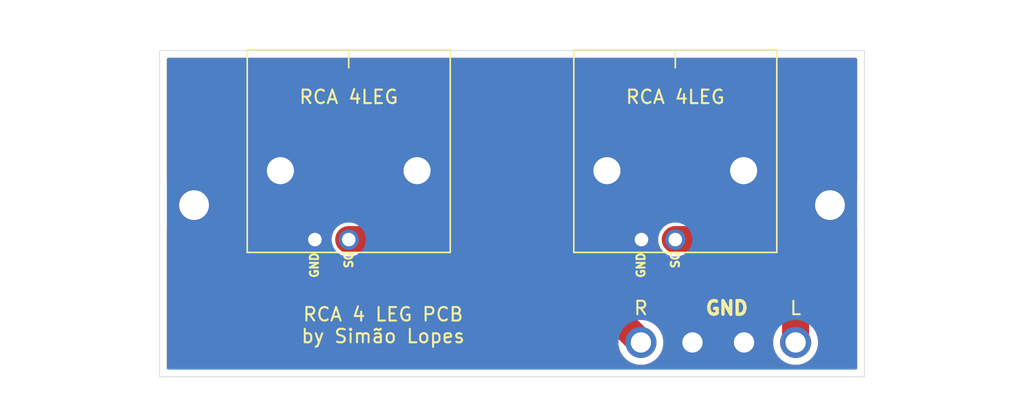
<source format=kicad_pcb>
(kicad_pcb (version 20171130) (host pcbnew "(5.1.10)-1")

  (general
    (thickness 1.6)
    (drawings 13)
    (tracks 6)
    (zones 0)
    (modules 8)
    (nets 2)
  )

  (page A4)
  (layers
    (0 F.Cu signal)
    (31 B.Cu signal)
    (32 B.Adhes user)
    (33 F.Adhes user)
    (34 B.Paste user)
    (35 F.Paste user)
    (36 B.SilkS user)
    (37 F.SilkS user)
    (38 B.Mask user)
    (39 F.Mask user)
    (40 Dwgs.User user)
    (41 Cmts.User user)
    (42 Eco1.User user)
    (43 Eco2.User user)
    (44 Edge.Cuts user)
    (45 Margin user)
    (46 B.CrtYd user)
    (47 F.CrtYd user)
    (48 B.Fab user)
    (49 F.Fab user)
  )

  (setup
    (last_trace_width 0.25)
    (user_trace_width 2)
    (trace_clearance 0.2)
    (zone_clearance 0.508)
    (zone_45_only no)
    (trace_min 0.2)
    (via_size 0.8)
    (via_drill 0.4)
    (via_min_size 0.4)
    (via_min_drill 0.3)
    (uvia_size 0.3)
    (uvia_drill 0.1)
    (uvias_allowed no)
    (uvia_min_size 0.2)
    (uvia_min_drill 0.1)
    (edge_width 0.05)
    (segment_width 0.2)
    (pcb_text_width 0.3)
    (pcb_text_size 1.5 1.5)
    (mod_edge_width 0.12)
    (mod_text_size 1 1)
    (mod_text_width 0.15)
    (pad_size 3.8 3.8)
    (pad_drill 2.2)
    (pad_to_mask_clearance 0)
    (aux_axis_origin 0 0)
    (visible_elements 7FFFFFFF)
    (pcbplotparams
      (layerselection 0x010fc_ffffffff)
      (usegerberextensions false)
      (usegerberattributes true)
      (usegerberadvancedattributes true)
      (creategerberjobfile true)
      (excludeedgelayer true)
      (linewidth 0.100000)
      (plotframeref false)
      (viasonmask false)
      (mode 1)
      (useauxorigin false)
      (hpglpennumber 1)
      (hpglpenspeed 20)
      (hpglpendiameter 15.000000)
      (psnegative false)
      (psa4output false)
      (plotreference true)
      (plotvalue true)
      (plotinvisibletext false)
      (padsonsilk false)
      (subtractmaskfromsilk false)
      (outputformat 1)
      (mirror false)
      (drillshape 0)
      (scaleselection 1)
      (outputdirectory "../RCA BOARD GERBER/"))
  )

  (net 0 "")
  (net 1 GND)

  (net_class Default "This is the default net class."
    (clearance 0.2)
    (trace_width 0.25)
    (via_dia 0.8)
    (via_drill 0.4)
    (uvia_dia 0.3)
    (uvia_drill 0.1)
    (add_net GND)
  )

  (module "Custom:RCA PANEL 2PIN FOOTPRINT" (layer F.Cu) (tedit 61759B53) (tstamp 617204AF)
    (at 149.86 132.08 270)
    (fp_text reference "RCA 4LEG" (at -8.001 0) (layer F.SilkS)
      (effects (font (size 1 1) (thickness 0.15)))
    )
    (fp_text value " " (at 7.493 0.127) (layer F.Fab)
      (effects (font (size 1 1) (thickness 0.15)))
    )
    (fp_line (start 3.5 7.5) (end 3.5 -7.5) (layer F.SilkS) (width 0.12))
    (fp_line (start -11.5 7.5) (end -11.5 -7.5) (layer F.SilkS) (width 0.12))
    (fp_line (start -11.5 -7.5) (end 3.5 -7.5) (layer F.SilkS) (width 0.12))
    (fp_line (start 3.5 7.5) (end -11.5 7.5) (layer F.SilkS) (width 0.12))
    (fp_text user GND (at 4.445 2.54 90) (layer F.SilkS)
      (effects (font (size 0.6 0.6) (thickness 0.15)))
    )
    (fp_text user SG (at 4.064 0 90) (layer F.SilkS)
      (effects (font (size 0.6 0.6) (thickness 0.15)))
    )
    (pad 4 thru_hole circle (at 2.55 2.5 270) (size 1.5 1.5) (drill 1) (layers *.Cu *.Mask)
      (net 1 GND))
    (pad 3 thru_hole circle (at 2.55 0 270) (size 1.5 1.5) (drill 1) (layers *.Cu *.Mask))
    (pad 2 thru_hole circle (at -2.55 -5.05 270) (size 3 3) (drill 2) (layers *.Cu *.Mask)
      (net 1 GND))
    (pad 1 thru_hole circle (at -2.55 5.05 270) (size 3 3) (drill 2) (layers *.Cu *.Mask)
      (net 1 GND))
  )

  (module "Custom:RCA PANEL 2PIN FOOTPRINT" (layer F.Cu) (tedit 61759B53) (tstamp 617204A3)
    (at 125.73 132.08 270)
    (fp_text reference "RCA 4LEG" (at -8.001 0) (layer F.SilkS)
      (effects (font (size 1 1) (thickness 0.15)))
    )
    (fp_text value " " (at 7.493 0.127) (layer F.Fab)
      (effects (font (size 1 1) (thickness 0.15)))
    )
    (fp_line (start 3.5 7.5) (end 3.5 -7.5) (layer F.SilkS) (width 0.12))
    (fp_line (start -11.5 7.5) (end -11.5 -7.5) (layer F.SilkS) (width 0.12))
    (fp_line (start -11.5 -7.5) (end 3.5 -7.5) (layer F.SilkS) (width 0.12))
    (fp_line (start 3.5 7.5) (end -11.5 7.5) (layer F.SilkS) (width 0.12))
    (fp_text user GND (at 4.445 2.54 90) (layer F.SilkS)
      (effects (font (size 0.6 0.6) (thickness 0.15)))
    )
    (fp_text user SG (at 4.064 0 90) (layer F.SilkS)
      (effects (font (size 0.6 0.6) (thickness 0.15)))
    )
    (pad 4 thru_hole circle (at 2.55 2.5 270) (size 1.5 1.5) (drill 1) (layers *.Cu *.Mask)
      (net 1 GND))
    (pad 3 thru_hole circle (at 2.55 0 270) (size 1.5 1.5) (drill 1) (layers *.Cu *.Mask))
    (pad 2 thru_hole circle (at -2.55 -5.05 270) (size 3 3) (drill 2) (layers *.Cu *.Mask)
      (net 1 GND))
    (pad 1 thru_hole circle (at -2.55 5.05 270) (size 3 3) (drill 2) (layers *.Cu *.Mask)
      (net 1 GND))
  )

  (module MountingHole:MountingHole_2.2mm_M2_DIN965_Pad (layer F.Cu) (tedit 617598DF) (tstamp 6175874F)
    (at 161.29 132.08)
    (descr "Mounting Hole 2.2mm, M2, DIN965")
    (tags "mounting hole 2.2mm m2 din965")
    (attr virtual)
    (fp_text reference " " (at 0 -2.9) (layer F.SilkS)
      (effects (font (size 1 1) (thickness 0.15)))
    )
    (fp_text value MountingHole_2.2mm_M2_DIN965_Pad (at 0 2.9) (layer F.Fab)
      (effects (font (size 1 1) (thickness 0.15)))
    )
    (fp_circle (center 0 0) (end 2.15 0) (layer F.CrtYd) (width 0.05))
    (fp_circle (center 0 0) (end 1.9 0) (layer Cmts.User) (width 0.15))
    (fp_text user %R (at 0.3 0) (layer F.Fab)
      (effects (font (size 1 1) (thickness 0.15)))
    )
    (pad 1 thru_hole circle (at 0 0) (size 3.8 3.8) (drill 2.2) (layers *.Cu *.Mask)
      (net 1 GND))
  )

  (module MountingHole:MountingHole_2.2mm_M2_DIN965_Pad (layer F.Cu) (tedit 61759888) (tstamp 61758716)
    (at 114.3 132.08)
    (descr "Mounting Hole 2.2mm, M2, DIN965")
    (tags "mounting hole 2.2mm m2 din965")
    (attr virtual)
    (fp_text reference " " (at 0 -2.9) (layer F.SilkS)
      (effects (font (size 1 1) (thickness 0.15)))
    )
    (fp_text value MountingHole_2.2mm_M2_DIN965_Pad (at 0 2.9) (layer F.Fab)
      (effects (font (size 1 1) (thickness 0.15)))
    )
    (fp_circle (center 0 0) (end 2.15 0) (layer F.CrtYd) (width 0.05))
    (fp_circle (center 0 0) (end 1.9 0) (layer Cmts.User) (width 0.15))
    (fp_text user %R (at 0.3 0) (layer F.Fab)
      (effects (font (size 1 1) (thickness 0.15)))
    )
    (pad 1 thru_hole circle (at 0 0) (size 3.8 3.8) (drill 2.2) (layers *.Cu *.Mask)
      (net 1 GND))
  )

  (module Custom:Pad1_5 (layer F.Cu) (tedit 61759553) (tstamp 6172049C)
    (at 151.13 142.24)
    (descr "Mounting Hole 2.2mm, M2, ISO14580")
    (tags "mounting hole 2.2mm m2 iso14580")
    (attr virtual)
    (fp_text reference " " (at 0 -2.9) (layer F.SilkS)
      (effects (font (size 1 1) (thickness 0.15)))
    )
    (fp_text value Pad1_5 (at 0 2.9) (layer F.Fab)
      (effects (font (size 1 1) (thickness 0.15)))
    )
    (fp_circle (center 0 0) (end 2.15 0) (layer F.CrtYd) (width 0.05))
    (fp_circle (center 0 0) (end 1.9 0) (layer Cmts.User) (width 0.15))
    (fp_text user %R (at 0.3 0) (layer F.Fab)
      (effects (font (size 1 1) (thickness 0.15)))
    )
    (pad 1 thru_hole circle (at 0 0) (size 2.3 2.3) (drill 1.5) (layers *.Cu *.Mask)
      (net 1 GND))
  )

  (module Custom:Pad1_5 (layer F.Cu) (tedit 6171F8D6) (tstamp 61720495)
    (at 147.32 142.24)
    (descr "Mounting Hole 2.2mm, M2, ISO14580")
    (tags "mounting hole 2.2mm m2 iso14580")
    (attr virtual)
    (fp_text reference " " (at 0 -2.9) (layer F.SilkS)
      (effects (font (size 1 1) (thickness 0.15)))
    )
    (fp_text value Pad1_5 (at 0 2.9) (layer F.Fab)
      (effects (font (size 1 1) (thickness 0.15)))
    )
    (fp_circle (center 0 0) (end 2.15 0) (layer F.CrtYd) (width 0.05))
    (fp_circle (center 0 0) (end 1.9 0) (layer Cmts.User) (width 0.15))
    (fp_text user %R (at 0.3 0) (layer F.Fab)
      (effects (font (size 1 1) (thickness 0.15)))
    )
    (pad 1 thru_hole circle (at 0 0) (size 2.3 2.3) (drill 1.5) (layers *.Cu *.Mask))
  )

  (module Custom:Pad1_5 (layer F.Cu) (tedit 6171F97D) (tstamp 6172048E)
    (at 158.75 142.24)
    (descr "Mounting Hole 2.2mm, M2, ISO14580")
    (tags "mounting hole 2.2mm m2 iso14580")
    (attr virtual)
    (fp_text reference " " (at 0 -2.9) (layer F.SilkS)
      (effects (font (size 1 1) (thickness 0.15)))
    )
    (fp_text value Pad1_5 (at 0 2.9) (layer F.Fab)
      (effects (font (size 1 1) (thickness 0.15)))
    )
    (fp_circle (center 0 0) (end 2.15 0) (layer F.CrtYd) (width 0.05))
    (fp_circle (center 0 0) (end 1.9 0) (layer Cmts.User) (width 0.15))
    (fp_text user %R (at 0.3 0) (layer F.Fab)
      (effects (font (size 1 1) (thickness 0.15)))
    )
    (pad 1 thru_hole circle (at 0 0) (size 2.3 2.3) (drill 1.5) (layers *.Cu *.Mask))
  )

  (module Custom:Pad1_5 (layer F.Cu) (tedit 61759549) (tstamp 61720487)
    (at 154.94 142.24)
    (descr "Mounting Hole 2.2mm, M2, ISO14580")
    (tags "mounting hole 2.2mm m2 iso14580")
    (attr virtual)
    (fp_text reference " " (at 0 -2.9) (layer F.SilkS)
      (effects (font (size 1 1) (thickness 0.15)))
    )
    (fp_text value Pad1_5 (at 0 2.9) (layer F.Fab)
      (effects (font (size 1 1) (thickness 0.15)))
    )
    (fp_circle (center 0 0) (end 2.15 0) (layer F.CrtYd) (width 0.05))
    (fp_circle (center 0 0) (end 1.9 0) (layer Cmts.User) (width 0.15))
    (fp_text user %R (at 0.3 0) (layer F.Fab)
      (effects (font (size 1 1) (thickness 0.15)))
    )
    (pad 1 thru_hole circle (at 0 0) (size 2.3 2.3) (drill 1.5) (layers *.Cu *.Mask)
      (net 1 GND))
  )

  (gr_line (start 125.73 121.92) (end 125.73 120.65) (layer F.SilkS) (width 0.12))
  (gr_line (start 149.86 121.92) (end 149.86 120.65) (layer F.SilkS) (width 0.12))
  (gr_line (start 111.76 120.65) (end 111.76 125.73) (layer Edge.Cuts) (width 0.05) (tstamp 6175F9F2))
  (gr_line (start 163.83 120.65) (end 111.76 120.65) (layer Edge.Cuts) (width 0.05))
  (gr_line (start 163.83 125.73) (end 163.83 120.65) (layer Edge.Cuts) (width 0.05))
  (gr_text GND (at 153.67 139.7) (layer F.SilkS) (tstamp 617204C6)
    (effects (font (size 1 1) (thickness 0.25)))
  )
  (gr_line (start 116.84 144.78) (end 111.76 144.78) (layer Edge.Cuts) (width 0.05) (tstamp 6175819D))
  (gr_text "RCA 4 LEG PCB\nby Simão Lopes" (at 128.27 140.97) (layer F.SilkS)
    (effects (font (size 1 1) (thickness 0.15)))
  )
  (gr_line (start 163.83 125.73) (end 163.83 144.78) (layer Edge.Cuts) (width 0.05) (tstamp 61720519))
  (gr_line (start 111.76 125.73) (end 111.76 144.78) (layer Edge.Cuts) (width 0.05) (tstamp 61720517))
  (gr_text R (at 147.32 139.7) (layer F.SilkS) (tstamp 617204C5)
    (effects (font (size 1 1) (thickness 0.15)))
  )
  (gr_text L (at 158.75 139.7) (layer F.SilkS) (tstamp 617204C4)
    (effects (font (size 1 1) (thickness 0.15)))
  )
  (gr_line (start 163.83 144.78) (end 116.84 144.78) (layer Edge.Cuts) (width 0.05) (tstamp 61720484))

  (segment (start 139.71 134.63) (end 147.32 142.24) (width 2) (layer F.Cu) (net 0))
  (segment (start 125.73 134.63) (end 139.71 134.63) (width 2) (layer F.Cu) (net 0))
  (segment (start 149.86 134.63) (end 156.42352 134.63) (width 2) (layer F.Cu) (net 0))
  (segment (start 158.75 136.95648) (end 158.75 142.24) (width 2) (layer F.Cu) (net 0))
  (segment (start 156.42352 134.63) (end 158.75 136.95648) (width 2) (layer F.Cu) (net 0))
  (segment (start 123.18 134.58) (end 123.23 134.63) (width 0.25) (layer B.Cu) (net 1))

  (zone (net 1) (net_name GND) (layer B.Cu) (tstamp 6179ECF7) (hatch edge 0.508)
    (connect_pads yes (clearance 0.508))
    (min_thickness 0.254)
    (fill yes (arc_segments 32) (thermal_gap 0.508) (thermal_bridge_width 0.508))
    (polygon
      (pts
        (xy 165.1 146.05) (xy 110.49 146.05) (xy 110.49 119.38) (xy 165.1 119.38)
      )
    )
    (filled_polygon
      (pts
        (xy 163.17 125.697581) (xy 163.17 125.697582) (xy 163.170001 144.12) (xy 112.42 144.12) (xy 112.42 142.064193)
        (xy 145.535 142.064193) (xy 145.535 142.415807) (xy 145.603596 142.760665) (xy 145.738153 143.085515) (xy 145.9335 143.377871)
        (xy 146.182129 143.6265) (xy 146.474485 143.821847) (xy 146.799335 143.956404) (xy 147.144193 144.025) (xy 147.495807 144.025)
        (xy 147.840665 143.956404) (xy 148.165515 143.821847) (xy 148.457871 143.6265) (xy 148.7065 143.377871) (xy 148.901847 143.085515)
        (xy 149.036404 142.760665) (xy 149.105 142.415807) (xy 149.105 142.064193) (xy 156.965 142.064193) (xy 156.965 142.415807)
        (xy 157.033596 142.760665) (xy 157.168153 143.085515) (xy 157.3635 143.377871) (xy 157.612129 143.6265) (xy 157.904485 143.821847)
        (xy 158.229335 143.956404) (xy 158.574193 144.025) (xy 158.925807 144.025) (xy 159.270665 143.956404) (xy 159.595515 143.821847)
        (xy 159.887871 143.6265) (xy 160.1365 143.377871) (xy 160.331847 143.085515) (xy 160.466404 142.760665) (xy 160.535 142.415807)
        (xy 160.535 142.064193) (xy 160.466404 141.719335) (xy 160.331847 141.394485) (xy 160.1365 141.102129) (xy 159.887871 140.8535)
        (xy 159.595515 140.658153) (xy 159.270665 140.523596) (xy 158.925807 140.455) (xy 158.574193 140.455) (xy 158.229335 140.523596)
        (xy 157.904485 140.658153) (xy 157.612129 140.8535) (xy 157.3635 141.102129) (xy 157.168153 141.394485) (xy 157.033596 141.719335)
        (xy 156.965 142.064193) (xy 149.105 142.064193) (xy 149.036404 141.719335) (xy 148.901847 141.394485) (xy 148.7065 141.102129)
        (xy 148.457871 140.8535) (xy 148.165515 140.658153) (xy 147.840665 140.523596) (xy 147.495807 140.455) (xy 147.144193 140.455)
        (xy 146.799335 140.523596) (xy 146.474485 140.658153) (xy 146.182129 140.8535) (xy 145.9335 141.102129) (xy 145.738153 141.394485)
        (xy 145.603596 141.719335) (xy 145.535 142.064193) (xy 112.42 142.064193) (xy 112.42 134.493589) (xy 124.345 134.493589)
        (xy 124.345 134.766411) (xy 124.398225 135.033989) (xy 124.502629 135.286043) (xy 124.654201 135.512886) (xy 124.847114 135.705799)
        (xy 125.073957 135.857371) (xy 125.326011 135.961775) (xy 125.593589 136.015) (xy 125.866411 136.015) (xy 126.133989 135.961775)
        (xy 126.386043 135.857371) (xy 126.612886 135.705799) (xy 126.805799 135.512886) (xy 126.957371 135.286043) (xy 127.061775 135.033989)
        (xy 127.115 134.766411) (xy 127.115 134.493589) (xy 148.475 134.493589) (xy 148.475 134.766411) (xy 148.528225 135.033989)
        (xy 148.632629 135.286043) (xy 148.784201 135.512886) (xy 148.977114 135.705799) (xy 149.203957 135.857371) (xy 149.456011 135.961775)
        (xy 149.723589 136.015) (xy 149.996411 136.015) (xy 150.263989 135.961775) (xy 150.516043 135.857371) (xy 150.742886 135.705799)
        (xy 150.935799 135.512886) (xy 151.087371 135.286043) (xy 151.191775 135.033989) (xy 151.245 134.766411) (xy 151.245 134.493589)
        (xy 151.191775 134.226011) (xy 151.087371 133.973957) (xy 150.935799 133.747114) (xy 150.742886 133.554201) (xy 150.516043 133.402629)
        (xy 150.263989 133.298225) (xy 149.996411 133.245) (xy 149.723589 133.245) (xy 149.456011 133.298225) (xy 149.203957 133.402629)
        (xy 148.977114 133.554201) (xy 148.784201 133.747114) (xy 148.632629 133.973957) (xy 148.528225 134.226011) (xy 148.475 134.493589)
        (xy 127.115 134.493589) (xy 127.061775 134.226011) (xy 126.957371 133.973957) (xy 126.805799 133.747114) (xy 126.612886 133.554201)
        (xy 126.386043 133.402629) (xy 126.133989 133.298225) (xy 125.866411 133.245) (xy 125.593589 133.245) (xy 125.326011 133.298225)
        (xy 125.073957 133.402629) (xy 124.847114 133.554201) (xy 124.654201 133.747114) (xy 124.502629 133.973957) (xy 124.398225 134.226011)
        (xy 124.345 134.493589) (xy 112.42 134.493589) (xy 112.42 121.31) (xy 163.170001 121.31)
      )
    )
  )
  (zone (net 0) (net_name "") (layer F.Cu) (tstamp 6179ECF4) (hatch edge 0.508)
    (connect_pads (clearance 0.508))
    (min_thickness 0.254)
    (fill yes (arc_segments 32) (thermal_gap 0.508) (thermal_bridge_width 0.508))
    (polygon
      (pts
        (xy 165.989 117.86108) (xy 166.0398 147.97024) (xy 109.601 146.9644) (xy 107.93984 117.00764) (xy 124.70384 116.90604)
      )
    )
    (filled_polygon
      (pts
        (xy 163.17 125.697581) (xy 163.17 130.374969) (xy 162.905968 130.110937) (xy 162.490773 129.833512) (xy 162.029432 129.642418)
        (xy 161.539676 129.545) (xy 161.040324 129.545) (xy 160.550568 129.642418) (xy 160.089227 129.833512) (xy 159.674032 130.110937)
        (xy 159.320937 130.464032) (xy 159.043512 130.879227) (xy 158.852418 131.340568) (xy 158.755 131.830324) (xy 158.755 132.329676)
        (xy 158.852418 132.819432) (xy 159.043512 133.280773) (xy 159.320937 133.695968) (xy 159.674032 134.049063) (xy 160.089227 134.326488)
        (xy 160.550568 134.517582) (xy 161.040324 134.615) (xy 161.539676 134.615) (xy 162.029432 134.517582) (xy 162.490773 134.326488)
        (xy 162.905968 134.049063) (xy 163.17 133.785031) (xy 163.170001 144.12) (xy 112.42 144.12) (xy 112.42 133.785031)
        (xy 112.684032 134.049063) (xy 113.099227 134.326488) (xy 113.560568 134.517582) (xy 114.050324 134.615) (xy 114.549676 134.615)
        (xy 115.039432 134.517582) (xy 115.097356 134.493589) (xy 121.845 134.493589) (xy 121.845 134.766411) (xy 121.898225 135.033989)
        (xy 122.002629 135.286043) (xy 122.154201 135.512886) (xy 122.347114 135.705799) (xy 122.573957 135.857371) (xy 122.826011 135.961775)
        (xy 123.093589 136.015) (xy 123.366411 136.015) (xy 123.633989 135.961775) (xy 123.886043 135.857371) (xy 124.112886 135.705799)
        (xy 124.305799 135.512886) (xy 124.329248 135.477793) (xy 124.363969 135.542752) (xy 124.568286 135.791714) (xy 124.817248 135.996031)
        (xy 125.101285 136.147852) (xy 125.409484 136.241343) (xy 125.649678 136.265) (xy 139.032762 136.265) (xy 145.656749 142.888988)
        (xy 145.738153 143.085515) (xy 145.9335 143.377871) (xy 146.182129 143.6265) (xy 146.474485 143.821847) (xy 146.799335 143.956404)
        (xy 147.144193 144.025) (xy 147.495807 144.025) (xy 147.840665 143.956404) (xy 148.165515 143.821847) (xy 148.457871 143.6265)
        (xy 148.7065 143.377871) (xy 148.901847 143.085515) (xy 149.036404 142.760665) (xy 149.105 142.415807) (xy 149.105 142.064193)
        (xy 149.345 142.064193) (xy 149.345 142.415807) (xy 149.413596 142.760665) (xy 149.548153 143.085515) (xy 149.7435 143.377871)
        (xy 149.992129 143.6265) (xy 150.284485 143.821847) (xy 150.609335 143.956404) (xy 150.954193 144.025) (xy 151.305807 144.025)
        (xy 151.650665 143.956404) (xy 151.975515 143.821847) (xy 152.267871 143.6265) (xy 152.5165 143.377871) (xy 152.711847 143.085515)
        (xy 152.846404 142.760665) (xy 152.915 142.415807) (xy 152.915 142.064193) (xy 153.155 142.064193) (xy 153.155 142.415807)
        (xy 153.223596 142.760665) (xy 153.358153 143.085515) (xy 153.5535 143.377871) (xy 153.802129 143.6265) (xy 154.094485 143.821847)
        (xy 154.419335 143.956404) (xy 154.764193 144.025) (xy 155.115807 144.025) (xy 155.460665 143.956404) (xy 155.785515 143.821847)
        (xy 156.077871 143.6265) (xy 156.3265 143.377871) (xy 156.521847 143.085515) (xy 156.656404 142.760665) (xy 156.725 142.415807)
        (xy 156.725 142.064193) (xy 156.656404 141.719335) (xy 156.521847 141.394485) (xy 156.3265 141.102129) (xy 156.077871 140.8535)
        (xy 155.785515 140.658153) (xy 155.460665 140.523596) (xy 155.115807 140.455) (xy 154.764193 140.455) (xy 154.419335 140.523596)
        (xy 154.094485 140.658153) (xy 153.802129 140.8535) (xy 153.5535 141.102129) (xy 153.358153 141.394485) (xy 153.223596 141.719335)
        (xy 153.155 142.064193) (xy 152.915 142.064193) (xy 152.846404 141.719335) (xy 152.711847 141.394485) (xy 152.5165 141.102129)
        (xy 152.267871 140.8535) (xy 151.975515 140.658153) (xy 151.650665 140.523596) (xy 151.305807 140.455) (xy 150.954193 140.455)
        (xy 150.609335 140.523596) (xy 150.284485 140.658153) (xy 149.992129 140.8535) (xy 149.7435 141.102129) (xy 149.548153 141.394485)
        (xy 149.413596 141.719335) (xy 149.345 142.064193) (xy 149.105 142.064193) (xy 149.036404 141.719335) (xy 148.901847 141.394485)
        (xy 148.7065 141.102129) (xy 148.457871 140.8535) (xy 148.165515 140.658153) (xy 147.968988 140.576749) (xy 141.885828 134.493589)
        (xy 145.975 134.493589) (xy 145.975 134.766411) (xy 146.028225 135.033989) (xy 146.132629 135.286043) (xy 146.284201 135.512886)
        (xy 146.477114 135.705799) (xy 146.703957 135.857371) (xy 146.956011 135.961775) (xy 147.223589 136.015) (xy 147.496411 136.015)
        (xy 147.763989 135.961775) (xy 148.016043 135.857371) (xy 148.242886 135.705799) (xy 148.435799 135.512886) (xy 148.459248 135.477793)
        (xy 148.493969 135.542752) (xy 148.698286 135.791714) (xy 148.947248 135.996031) (xy 149.231285 136.147852) (xy 149.539484 136.241343)
        (xy 149.779678 136.265) (xy 155.746282 136.265) (xy 157.115 137.63372) (xy 157.115001 141.522806) (xy 157.033596 141.719335)
        (xy 156.965 142.064193) (xy 156.965 142.415807) (xy 157.033596 142.760665) (xy 157.168153 143.085515) (xy 157.3635 143.377871)
        (xy 157.612129 143.6265) (xy 157.904485 143.821847) (xy 158.229335 143.956404) (xy 158.574193 144.025) (xy 158.925807 144.025)
        (xy 159.270665 143.956404) (xy 159.595515 143.821847) (xy 159.887871 143.6265) (xy 160.1365 143.377871) (xy 160.331847 143.085515)
        (xy 160.466404 142.760665) (xy 160.535 142.415807) (xy 160.535 142.064193) (xy 160.466404 141.719335) (xy 160.385 141.522808)
        (xy 160.385 137.036802) (xy 160.392911 136.95648) (xy 160.361343 136.635963) (xy 160.267852 136.327765) (xy 160.171686 136.147852)
        (xy 160.116031 136.043728) (xy 159.911714 135.794766) (xy 159.849325 135.743565) (xy 157.636444 133.530686) (xy 157.585234 133.468286)
        (xy 157.336272 133.263969) (xy 157.052235 133.112148) (xy 156.744036 133.018657) (xy 156.503842 132.995) (xy 156.503839 132.995)
        (xy 156.42352 132.987089) (xy 156.343201 132.995) (xy 149.779678 132.995) (xy 149.539484 133.018657) (xy 149.231285 133.112148)
        (xy 148.947248 133.263969) (xy 148.698286 133.468286) (xy 148.493969 133.717248) (xy 148.459248 133.782207) (xy 148.435799 133.747114)
        (xy 148.242886 133.554201) (xy 148.016043 133.402629) (xy 147.763989 133.298225) (xy 147.496411 133.245) (xy 147.223589 133.245)
        (xy 146.956011 133.298225) (xy 146.703957 133.402629) (xy 146.477114 133.554201) (xy 146.284201 133.747114) (xy 146.132629 133.973957)
        (xy 146.028225 134.226011) (xy 145.975 134.493589) (xy 141.885828 134.493589) (xy 140.922925 133.530687) (xy 140.871714 133.468286)
        (xy 140.622752 133.263969) (xy 140.338715 133.112148) (xy 140.030516 133.018657) (xy 139.790322 132.995) (xy 139.790319 132.995)
        (xy 139.71 132.987089) (xy 139.629681 132.995) (xy 125.649678 132.995) (xy 125.409484 133.018657) (xy 125.101285 133.112148)
        (xy 124.817248 133.263969) (xy 124.568286 133.468286) (xy 124.363969 133.717248) (xy 124.329248 133.782207) (xy 124.305799 133.747114)
        (xy 124.112886 133.554201) (xy 123.886043 133.402629) (xy 123.633989 133.298225) (xy 123.366411 133.245) (xy 123.093589 133.245)
        (xy 122.826011 133.298225) (xy 122.573957 133.402629) (xy 122.347114 133.554201) (xy 122.154201 133.747114) (xy 122.002629 133.973957)
        (xy 121.898225 134.226011) (xy 121.845 134.493589) (xy 115.097356 134.493589) (xy 115.500773 134.326488) (xy 115.915968 134.049063)
        (xy 116.269063 133.695968) (xy 116.546488 133.280773) (xy 116.737582 132.819432) (xy 116.835 132.329676) (xy 116.835 131.830324)
        (xy 116.737582 131.340568) (xy 116.546488 130.879227) (xy 116.269063 130.464032) (xy 115.915968 130.110937) (xy 115.500773 129.833512)
        (xy 115.039432 129.642418) (xy 114.549676 129.545) (xy 114.050324 129.545) (xy 113.560568 129.642418) (xy 113.099227 129.833512)
        (xy 112.684032 130.110937) (xy 112.42 130.374969) (xy 112.42 129.319721) (xy 118.545 129.319721) (xy 118.545 129.740279)
        (xy 118.627047 130.152756) (xy 118.787988 130.541302) (xy 119.021637 130.890983) (xy 119.319017 131.188363) (xy 119.668698 131.422012)
        (xy 120.057244 131.582953) (xy 120.469721 131.665) (xy 120.890279 131.665) (xy 121.302756 131.582953) (xy 121.691302 131.422012)
        (xy 122.040983 131.188363) (xy 122.338363 130.890983) (xy 122.572012 130.541302) (xy 122.732953 130.152756) (xy 122.815 129.740279)
        (xy 122.815 129.319721) (xy 128.645 129.319721) (xy 128.645 129.740279) (xy 128.727047 130.152756) (xy 128.887988 130.541302)
        (xy 129.121637 130.890983) (xy 129.419017 131.188363) (xy 129.768698 131.422012) (xy 130.157244 131.582953) (xy 130.569721 131.665)
        (xy 130.990279 131.665) (xy 131.402756 131.582953) (xy 131.791302 131.422012) (xy 132.140983 131.188363) (xy 132.438363 130.890983)
        (xy 132.672012 130.541302) (xy 132.832953 130.152756) (xy 132.915 129.740279) (xy 132.915 129.319721) (xy 142.675 129.319721)
        (xy 142.675 129.740279) (xy 142.757047 130.152756) (xy 142.917988 130.541302) (xy 143.151637 130.890983) (xy 143.449017 131.188363)
        (xy 143.798698 131.422012) (xy 144.187244 131.582953) (xy 144.599721 131.665) (xy 145.020279 131.665) (xy 145.432756 131.582953)
        (xy 145.821302 131.422012) (xy 146.170983 131.188363) (xy 146.468363 130.890983) (xy 146.702012 130.541302) (xy 146.862953 130.152756)
        (xy 146.945 129.740279) (xy 146.945 129.319721) (xy 152.775 129.319721) (xy 152.775 129.740279) (xy 152.857047 130.152756)
        (xy 153.017988 130.541302) (xy 153.251637 130.890983) (xy 153.549017 131.188363) (xy 153.898698 131.422012) (xy 154.287244 131.582953)
        (xy 154.699721 131.665) (xy 155.120279 131.665) (xy 155.532756 131.582953) (xy 155.921302 131.422012) (xy 156.270983 131.188363)
        (xy 156.568363 130.890983) (xy 156.802012 130.541302) (xy 156.962953 130.152756) (xy 157.045 129.740279) (xy 157.045 129.319721)
        (xy 156.962953 128.907244) (xy 156.802012 128.518698) (xy 156.568363 128.169017) (xy 156.270983 127.871637) (xy 155.921302 127.637988)
        (xy 155.532756 127.477047) (xy 155.120279 127.395) (xy 154.699721 127.395) (xy 154.287244 127.477047) (xy 153.898698 127.637988)
        (xy 153.549017 127.871637) (xy 153.251637 128.169017) (xy 153.017988 128.518698) (xy 152.857047 128.907244) (xy 152.775 129.319721)
        (xy 146.945 129.319721) (xy 146.862953 128.907244) (xy 146.702012 128.518698) (xy 146.468363 128.169017) (xy 146.170983 127.871637)
        (xy 145.821302 127.637988) (xy 145.432756 127.477047) (xy 145.020279 127.395) (xy 144.599721 127.395) (xy 144.187244 127.477047)
        (xy 143.798698 127.637988) (xy 143.449017 127.871637) (xy 143.151637 128.169017) (xy 142.917988 128.518698) (xy 142.757047 128.907244)
        (xy 142.675 129.319721) (xy 132.915 129.319721) (xy 132.832953 128.907244) (xy 132.672012 128.518698) (xy 132.438363 128.169017)
        (xy 132.140983 127.871637) (xy 131.791302 127.637988) (xy 131.402756 127.477047) (xy 130.990279 127.395) (xy 130.569721 127.395)
        (xy 130.157244 127.477047) (xy 129.768698 127.637988) (xy 129.419017 127.871637) (xy 129.121637 128.169017) (xy 128.887988 128.518698)
        (xy 128.727047 128.907244) (xy 128.645 129.319721) (xy 122.815 129.319721) (xy 122.732953 128.907244) (xy 122.572012 128.518698)
        (xy 122.338363 128.169017) (xy 122.040983 127.871637) (xy 121.691302 127.637988) (xy 121.302756 127.477047) (xy 120.890279 127.395)
        (xy 120.469721 127.395) (xy 120.057244 127.477047) (xy 119.668698 127.637988) (xy 119.319017 127.871637) (xy 119.021637 128.169017)
        (xy 118.787988 128.518698) (xy 118.627047 128.907244) (xy 118.545 129.319721) (xy 112.42 129.319721) (xy 112.42 121.31)
        (xy 163.170001 121.31)
      )
    )
  )
)

</source>
